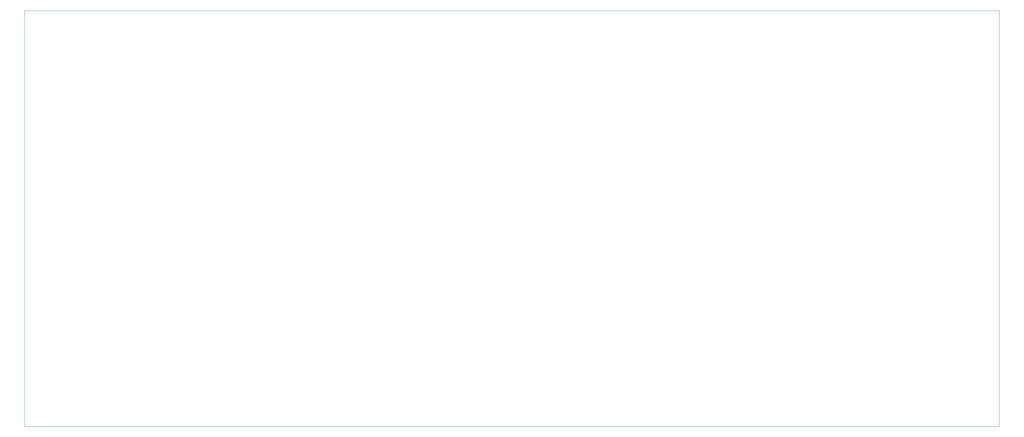
<source format=gbr>
%TF.GenerationSoftware,KiCad,Pcbnew,9.0.7*%
%TF.CreationDate,2026-02-22T19:12:50-05:00*%
%TF.ProjectId,Episode4,45706973-6f64-4653-942e-6b696361645f,2*%
%TF.SameCoordinates,Original*%
%TF.FileFunction,Profile,NP*%
%FSLAX46Y46*%
G04 Gerber Fmt 4.6, Leading zero omitted, Abs format (unit mm)*
G04 Created by KiCad (PCBNEW 9.0.7) date 2026-02-22 19:12:50*
%MOMM*%
%LPD*%
G01*
G04 APERTURE LIST*
%TA.AperFunction,Profile*%
%ADD10C,0.100000*%
%TD*%
G04 APERTURE END LIST*
D10*
X0Y0D02*
X297180000Y0D01*
X297180000Y-127000000D01*
X0Y-127000000D01*
X0Y0D01*
M02*

</source>
